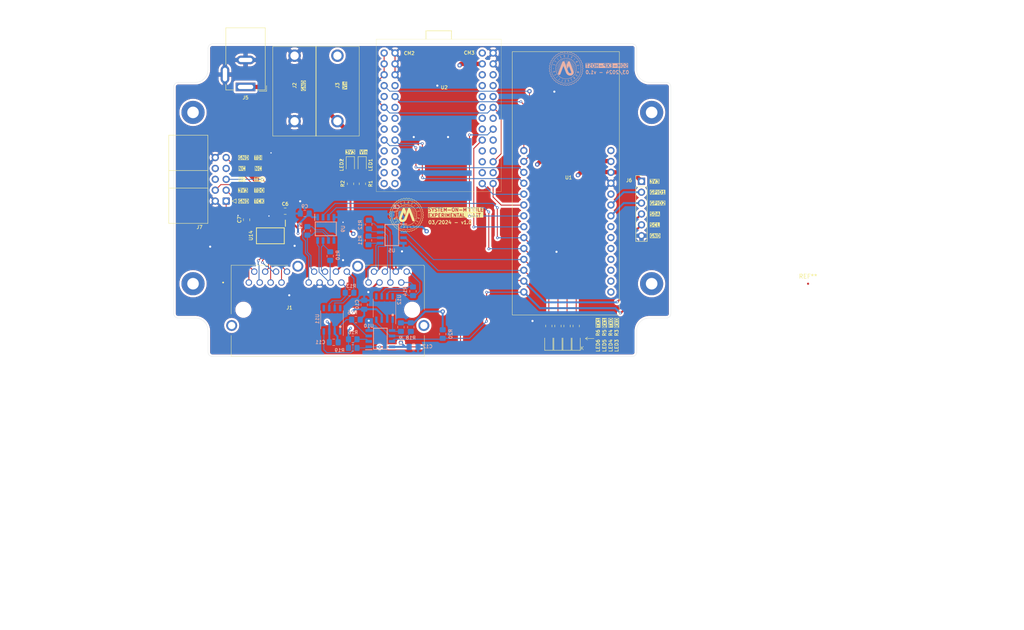
<source format=kicad_pcb>
(kicad_pcb (version 20240108) (generator "pcbnew") (generator_version "8.0")
  (layers (0 "F.Cu" signal "F.Cu - SIG") (1 "In1.Cu" power "In1.Cu - PWR") (2 "In2.Cu" power "In2.Cu - GND") (31 "B.Cu" signal "B.Cu - SIG") (34 "B.Paste" user) (35 "F.Paste" user) (36 "B.SilkS" user "B.Silkscreen") (37 "F.SilkS" user "F.Silkscreen") (38 "B.Mask" user) (39 "F.Mask" user) (44 "Edge.Cuts" user))
  (net 0 "")
  (net 1 "/SUT_UART_TX_0")
  (net 2 "/SUT_UART_RX_0")
  (net 3 "/SUT_UART_RX_1")
  (net 4 "/SUT_UART_TX_1")
  (net 5 "3V3 FPGA")
  (net 6 "/SUT_I2C_SDA")
  (net 7 "/RS485_UART_RX_1_N")
  (net 8 "/RX485_UART_TX_1_N")
  (net 10 "/LVDS_JTAG_TDI_N")
  (net 11 "/LVDS_JTAG_TDO_P")
  (net 12 "/LVDS_JTAG_TDO_N")
  (net 13 "/RS485_UART_RX_0_P")
  (net 14 "/CAN_I2C_SDA_P")
  (net 15 "/CAN_I2C_SDA_N")
  (net 16 "/CAN_I2C_SCL_P")
  (net 17 "/LVDS_JTAG_TCK_N")
  (net 18 "/RS485_UART_TX_0_P")
  (net 19 "/LVDS_JTAG_TCK_P")
  (net 20 "/RS485_UART_RX_1_P")
  (net 22 "/LVDS_JTAG_TMS_N")
  (net 23 "/LVDS_JTAG_TDI_P")
  (net 25 "/LVDS_JTAG_TMS_P")
  (net 26 "/RS485_UART_RX_0_N")
  (net 27 "/RS485_UART_TX_0_N")
  (net 28 "/SUT_I2C_SCL")
  (net 30 "/FPGA_GPIO_2")
  (net 31 "/FPGA_GPIO_1")
  (net 32 "Net-(LED1-A)")
  (net 33 "Net-(LED2-A)")
  (net 34 "Net-(LED3-A)")
  (net 35 "Net-(LED4-A)")
  (net 36 "Net-(LED5-A)")
  (net 37 "Net-(LED6-A)")
  (net 38 "/FTDI_UART_RX_1")
  (net 39 "/FTDI_UART_CMD_TX")
  (net 40 "/FTDI_UART_CMD_RX")
  (net 41 "/FTDI_UART_RX_0")
  (net 42 "/FTDI_UART_CURR_TX")
  (net 43 "/FTDI_UART_TX_0")
  (net 44 "/FTDI_UART_CURR_RX")
  (net 45 "/FTDI_UART_TX_1")
  (net 46 "GND")
  (net 47 "VIN")
  (net 48 "/CAN_I2C_SCL_N")
  (net 49 "/RX485_UART_TX_1_P")
  (net 50 "Net-(U10-TX)")
  (net 51 "Net-(U10-RX)")
  (net 52 "Net-(U10-TY)")
  (net 53 "Net-(U10-RY)")
  (net 58 "/JTAG_TDO")
  (net 59 "/JTAG_TDI")
  (net 60 "/JTAG_TCK")
  (net 64 "/JTAG_TMS")
  (net 81 "Net-(U2-3V3-PadCN2-2)")
  (footprint "Resistor_SMD:R_0805_2012Metric_Pad1.20x1.40mm_HandSolder" (layer "F.Cu") (at 179.9 116.1234 -90)
    (property "Reference" "R3")
    (property "Value" "1k")
  )
  (footprint "MountingHole:MountingHole_2.7mm_Pad" (layer "F.Cu") (at 197.5 66.25)
    (property "Reference" "H2" (hide yes))
    (property "Value" "MountingHole_Pad")
  )
  (footprint "Exp_board_host:5710500" (layer "F.Cu") (at 124.192 68.3 90)
    (property "Reference" "J3")
    (property "Value" "571-0100" (hide yes))
  )
  (footprint "Exp_board_host:5710500" (layer "F.Cu") (at 114.192 68.3 90)
    (property "Reference" "J2")
    (property "Value" "571-0500" (hide yes))
  )
  (footprint "MountingHole:MountingHole_2.7mm_Pad" (layer "F.Cu") (at 90.5 106.25)
    (property "Reference" "H3" (hide yes))
    (property "Value" "MountingHole_Pad")
  )
  (footprint "LED_SMD:LED_0805_2012Metric_Pad1.15x1.40mm_HandSolder" (layer "F.Cu") (at 173.505 119.93 90)
    (property "Reference" "LED6")
    (property "Value" "ORANGE")
  )
  (footprint "Fiducial:Fiducial_0.5mm_Mask1.5mm" (layer "F.Cu") (at 234 106.25)
    (property "Reference" "REF**")
    (property "Value" "Fiducial_0.5mm_Mask1.5mm")
  )
  (footprint "Capacitor_SMD:C_0805_2012Metric_Pad1.18x1.45mm_HandSolder" (layer "F.Cu") (at 103 91.3142 90)
    (property "Reference" "C7")
    (property "Value" "0.1u")
  )
  (footprint "MountingHole:MountingHole_2.7mm_Pad" (layer "F.Cu") (at 197.5 106.25)
    (property "Reference" "H4" (hide yes))
    (property "Value" "MountingHole_Pad")
  )
  (footprint "LED_SMD:LED_0805_2012Metric_Pad1.15x1.40mm_HandSolder" (layer "F.Cu") (at 177.765 119.93 90)
    (property "Reference" "LED4")
    (property "Value" "ORANGE")
  )
  (footprint "Connector_IDC:IDC-Header_2x05_P2.54mm_Horizontal" (layer "F.Cu") (at 98.2269 86.9506 180)
    (property "Reference" "J7")
    (property "Value" "Conn_02x05_Odd_Even")
  )
  (footprint "Connector_BarrelJack:BarrelJack_GCT_DCJ200-10-A_Horizontal" (layer "F.Cu") (at 102.75 60.3 180)
    (property "Reference" "J5")
    (property "Value" "Barrel_Jack_Switch")
  )
  (footprint "Connector_PinHeader_2.54mm:PinHeader_1x06_P2.54mm_Vertical" (layer "F.Cu") (at 195.1308 82.34)
    (property "Reference" "J6")
    (property "Value" "Header_2.54mm")
  )
  (footprint "Resistor_SMD:R_0805_2012Metric_Pad1.20x1.40mm_HandSolder" (layer "F.Cu") (at 130.0144 82.9196 90)
    (property "Reference" "R1")
    (property "Value" "1k")
  )
  (footprint "LED_SMD:LED_0805_2012Metric_Pad1.15x1.40mm_HandSolder" (layer "F.Cu") (at 129.9694 78.4506 -90)
    (property "Reference" "LED1")
    (property "Value" "GREEN")
  )
  (footprint "Exp_board_host:09455511123" (layer "F.Cu") (at 103.5246 105.97)
    (property "Reference" "J1")
    (property "Value" "09455511123" (hide yes))
  )
  (footprint "Exp_board_host:SN65LVDT41PW" (layer "F.Cu") (at 108.5394 95.062 -90)
    (property "Reference" "U14")
    (property "Value" "SN65LVDT41PW" (hide yes))
  )
  (footprint "Capacitor_SMD:C_0805_2012Metric_Pad1.18x1.45mm_HandSolder" (layer "F.Cu") (at 112 89.3142)
    (property "Reference" "C6")
    (property "Value" "0.1u")
  )
  (footprint "Resistor_SMD:R_0805_2012Metric_Pad1.20x1.40mm_HandSolder" (layer "F.Cu") (at 177.77 116.1234 -90)
    (property "Reference" "R4")
    (property "Value" "1k")
  )
  (footprint "Exp_board_host:FT4232H-56Q-Module" (layer "F.Cu") (at 143.342 61.6744)
    (property "Reference" "U2")
    (property "Value" "FT4232H-56Q-Module")
  )
  (footprint "SMF2000:SMF2000" (layer "F.Cu") (at 178.1194 81.9672)
    (property "Reference" "U1")
    (property "Value" "SMF2000")
  )
  (footprint "Resistor_SMD:R_0805_2012Metric_Pad1.20x1.40mm_HandSolder" (layer "F.Cu") (at 173.51 116.1234 -90)
    (property "Reference" "R6")
    (property "Value" "1k")
  )
  (footprint "LED_SMD:LED_0805_2012Metric_Pad1.15x1.40mm_HandSolder" (layer "F.Cu") (at 179.895 119.93 90)
    (property "Reference" "LED3")
    (property "Value" "BLUE")
  )
  (footprint "Resistor_SMD:R_0805_2012Metric_Pad1.20x1.40mm_HandSolder" (layer "F.Cu") (at 175.64 116.1234 -90)
    (property "Reference" "R5")
    (property "Value" "1k")
  )
  (footprint "Resistor_SMD:R_0805_2012Metric_Pad1.20x1.40mm_HandSolder" (layer "F.Cu") (at 127.242582 82.9196 90)
    (property "Reference" "R2")
    (property "Value" "1k")
  )
  (footprint "MountingHole:MountingHole_2.7mm_Pad" (layer "F.Cu") (at 90.5 66.25)
    (property "Reference" "H1" (hide yes))
    (property "Value" "MountingHole_Pad")
  )
  (footprint "Exp_board_host:UM_LOGO" (layer "F.Cu") (at 140.3 90.2)
    (property "Reference" "G***" (hide yes))
    (property "Value" "LOGO" (hide yes))
  )
  (footprint "LED_SMD:LED_0805_2012Metric_Pad1.15x1.40mm_HandSolder" (layer "F.Cu") (at 127.197582 78.4506 -90)
    (property "Reference" "LED2")
    (property "Value" "GREEN")
  )
  (footprint "LED_SMD:LED_0805_2012Metric_Pad1.15x1.40mm_HandSolder" (layer "F.Cu") (at 175.635 119.93 90)
    (property "Reference" "LED5")
    (property "Value" "BLUE")
  )
  (footprint "Resistor_SMD:R_0805_2012Metric_Pad1.20x1.40mm_HandSolder" (layer "B.Cu") (at 127.7692 121.244)
    (property "Reference" "R19")
    (property "Value" "10kR")
  )
  (footprint "Exp_board_host:SN65HVD30MDREP" (layer "B.Cu") (at 121.4754 93.4381 -90)
    (property "Reference" "U9")
    (property "Value" "SN65HVD30MDREP" (hide yes))
  )
  (footprint "Exp_board_host:SN65HVD30MDREP" (layer "B.Cu") (at 136.8816 94.889 180)
    (property "Reference" "U5")
    (property "Value" "SN65HVD30MDREP" (hide yes))
  )
  (footprint "Capacitor_SMD:C_0805_2012Metric_Pad1.18x1.45mm_HandSolder" (layer "B.Cu") (at 137.9625 90 180)
    (property "Reference" "C8")
    (property "Value" "0.1uF")
  )
  (footprint "Capacitor_SMD:C_0805_2012Metric_Pad1.18x1.45mm_HandSolder" (layer "B.Cu") (at 123.3273 119.93)
    (property "Reference" "C11")
    (property "Value" "0.1uF")
  )
  (footprint "Resistor_SMD:R_0805_2012Metric_Pad1.20x1.40mm_HandSolder" (layer "B.Cu") (at 128.5018 114.634548 180)
    (property "Reference" "R15")
    (property "Value" "10kR")
  )
  (footprint "Resistor_SMD:R_0805_2012Metric_Pad1.20x1.40mm_HandSolder" (layer "B.Cu") (at 141.3128 116.3832 -90)
    (property "Reference" "R18")
    (property "Value" "10kR")
  )
  (footprint "Exp_board_host:SN65HVD232D" (layer "B.Cu") (at 135.166 111.925748 90)
    (property "Reference" "U12")
    (property "Value" "SN65HVD232D" (hide yes))
  )
  (footprint "Capacitor_SMD:C_0805_2012Metric_Pad1.18x1.45mm_HandSolder" (layer "B.Cu") (at 116.575 89.8625 180)
    (property "Reference" "C9")
    (property "Value" "0.1uF")
  )
  (footprint "Resistor_SMD:R_0805_2012Metric_Pad1.20x1.40mm_HandSolder" (layer "B.Cu") (at 127.7692 119.2206)
    (property "Reference" "R16")
    (property "Value" "10kR")
  )
  (footprint "Resistor_SMD:R_0805_2012Metric_Pad1.20x1.40mm_HandSolder" (layer "B.Cu") (at 117.1794 93.9106 90)
    (property "Reference" "R9")
    (property "Value" "100R")
  )
  (footprint "Resistor_SMD:R_0805_2012Metric_Pad1.20x1.40mm_HandSolder" (layer "B.Cu") (at 148.75 118 -90)
    (property "Reference" "R20")
    (property "Value" "10kR")
  )
  (footprint "Capacitor_SMD:C_0805_2012Metric_Pad1.18x1.45mm_HandSolder" (layer "B.Cu") (at 130.4398 111.1675 90)
    (property "Reference" "C10")
    (property "Value" "0.1uF")
  )
  (footprint "Resistor_SMD:R_0805_2012Metric_Pad1.20x1.40mm_HandSolder" (layer "B.Cu") (at 139.0014 116.3832 -90)
    (property "Reference" "R17")
    (property "Value" "10kR")
  )
  (footprint "Exp_board_host:UM_LOGO" (layer "B.Cu") (at 177.55 56 180)
    (property "Reference" "G***" (hide yes))
    (property "Value" "LOGO" (hide yes))
  )
  (footprint "Resistor_SMD:R_0805_2012Metric_Pad1.20x1.40mm_HandSolder" (layer "B.Cu") (at 131.506 92.4252 -90)
    (property "Reference" "R12")
    (property "Value" "100R")
  )
  (footprint "Resistor_SMD:R_0805_2012Metric_Pad1.20x1.40mm_HandSolder" (layer "B.Cu") (at 127.0192 108.3606 180)
    (property "Reference" "R13")
    (property "Value" "100R")
  )
  (footprint "Resistor_SMD:R_0805_2012Metric_Pad1.20x1.40mm_HandSolder" (layer "B.Cu") (at 141.8192 108.0106 90)
    (property "Reference" "R14")
    (property "Value" "100R")
  )
  (footprint "Exp_board_host:SN65HVD232D" (layer "B.Cu") (at 122.9242 114.671948 90)
    (property "Reference" "U11")
    (property "Value" "SN65HVD232D" (hide yes))
  )
  (footprint "Resistor_SMD:R_0805_2012Metric_Pad1.20x1.40mm_HandSolder" (layer "B.Cu") (at 122.5 99.8 90)
    (property "Reference" "R10")
    (property "Value" "100R")
  )
  (footprint "Resistor_SMD:R_0805_2012Metric_Pad1.20x1.40mm_HandSolder" (layer "B.Cu") (at 131.4392 96.1336 -90)
    (property "Reference" "R11")
    (property "Value" "100R")
  )
  (footprint "Exp_board_host:P82B96DR" (layer "B.Cu") (at 134.2076 119.085)
    (property "Reference" "U10")
    (property "Value" "P82B96DR" (hide yes))
  )
  (footprint "Capacitor_SMD:C_0805_2012Metric_Pad1.18x1.45mm_HandSolder" (layer "B.Cu") (at 141.9625 121)
    (property "Reference" "C12")
    (property "Value" "0.1uF")
  )
  (gr_line (start 182.05 119.05) (end 182.55 118.7) (stroke (width 0.1)) (layer "F.SilkS"))
  (gr_line (start 184.05 119.05) (end 182.05 119.05) (stroke (width 0.1)) (layer "F.SilkS"))
  (gr_line (start 182.05 119.05) (end 182.55 119.4) (stroke (width 0.1)) (layer "F.SilkS"))
  (gr_arc (start 94 51.25) (mid 94.292893 50.542893) (end 95 50.25) (stroke (width 0.05)) (layer "Edge.Cuts"))
  (gr_line (start 194 117.25) (end 194 122.25) (stroke (width 0.05)) (layer "Edge.Cuts"))
  (gr_arc (start 95 123.25) (mid 94.292893 122.957107) (end 94 122.25) (stroke (width 0.05)) (layer "Edge.Cuts"))
  (gr_line (start 94 56.25) (end 94 51.25) (stroke (width 0.05)) (layer "Edge.Cuts"))
  (gr_arc (start 94 56.25) (mid 93.12132 58.37132) (end 91 59.25) (stroke (width 0.05)) (layer "Edge.Cuts"))
  (gr_arc (start 194 122.25) (mid 193.707107 122.957107) (end 193 123.25) (stroke (width 0.05)) (layer "Edge.Cuts"))
  (gr_line (start 91 114.25) (end 87 114.25) (stroke (width 0.05)) (layer "Edge.Cuts"))
  (gr_arc (start 201 59.25) (mid 201.707107 59.542893) (end 202 60.25) (stroke (width 0.05)) (layer "Edge.Cuts"))
  (gr_arc (start 91 114.25) (mid 93.12132 115.12868) (end 94 117.25) (stroke (width 0.05)) (layer "Edge.Cuts"))
  (gr_arc (start 87 114.25) (mid 86.292893 113.957107) (end 86 113.25) (stroke (width 0.05)) (layer "Edge.Cuts"))
  (gr_arc (start 197 59.25) (mid 194.87868 58.37132) (end 194 56.25) (stroke (width 0.05)) (layer "Edge.Cuts"))
  (gr_line (start 202 60.25) (end 202 113.25) (stroke (width 0.05)) (layer "Edge.Cuts"))
  (gr_line (start 193 123.25) (end 95 123.25) (stroke (width 0.05)) (layer "Edge.Cuts"))
  (gr_arc (start 202 113.25) (mid 201.707107 113.957107) (end 201 114.25) (stroke (width 0.05)) (layer "Edge.Cuts"))
  (gr_line (start 94 122.25) (end 94 117.25) (stroke (width 0.05)) (layer "Edge.Cuts"))
  (gr_line (start 197 59.25) (end 201 59.25) (stroke (width 0.05)) (layer "Edge.Cuts"))
  (gr_line (start 201 114.25) (end 197 114.25) (stroke (width 0.05)) (layer "Edge.Cuts"))
  (gr_arc (start 194 117.25) (mid 194.87868 115.12868) (end 197 114.25) (stroke (width 0.05)) (layer "Edge.Cuts"))
  (gr_line (start 194 51.25) (end 194 56.25) (stroke (width 0.05)) (layer "Edge.Cuts"))
  (gr_arc (start 193 50.25) (mid 193.707107 50.542893) (end 194 51.25) (stroke (width 0.05)) (layer "Edge.Cuts"))
  (gr_line (start 87 59.25) (end 91 59.25) (stroke (width 0.05)) (layer "Edge.Cuts"))
  (gr_line (start 86 113.25) (end 86 60.25) (stroke (width 0.05)) (layer "Edge.Cuts"))
  (gr_line (start 95 50.25) (end 193 50.25) (stroke (width 0.05)) (layer "Edge.Cuts"))
  (gr_arc (start 86 60.25) (mid 86.292893 59.542893) (end 87 59.25) (stroke (width 0.05)) (layer "Edge.Cuts"))
  (gr_text "SOM-EXP-HOST" (at 182.06 55.82 0) (layer "B.SilkS" knockout) (effects (font (size 0.8 0.8)) (justify right bottom mirror)))
  (gr_text "03/2024 - v1.0" (at 181.98 57.35 0) (layer "B.SilkS") (effects (font (size 0.8 0.8)) (justify right bottom mirror)))
  (gr_text "Vin" (at 126.4 60.9 90) (layer "F.SilkS" knockout) (effects (font (size 0.8 0.8) (thickness 0.15) (bold yes)) (justify left bottom)))
  (gr_text "NC" (at 104.775 79.84935 0) (layer "F.SilkS" knockout) (effects (font (size 0.8 0.8) (thickness 0.15) (bold yes)) (justify left bottom)))
  (gr_text "GPIO2" (at 197 87.92 0) (layer "F.SilkS" knockout) (effects (font (size 0.8 0.8)) (justify left bottom)))
  (gr_text "TMS" (at 104.775 82.38935 0) (layer "F.SilkS" knockout) (effects (font (size 0.8 0.8) (thickness 0.15) (bold yes)) (justify left bottom)))
  (gr_text "TDI" (at 104.775 77.30935 0) (layer "F.SilkS" knockout) (effects (font (size 0.8 0.8) (thickness 0.15) (bold yes)) (justify left bottom)))
  (gr_text "03/2024 - v1.0" (at 145.3 92.39 0) (layer "F.SilkS") (effects (font (size 0.8 0.8)) (justify left bottom)))
  (gr_text "GND" (at 197 95.54 0) (layer "F.SilkS" knockout) (effects (font (size 0.8 0.8)) (justify left bottom)))
  (gr_text "CM2" (at 139.6 52.9 0) (layer "F.SilkS") (effects (font (size 0.8 0.8)) (justify left bottom)))
  (gr_text "RX0" (at 189.85 116.7 90) (layer "F.SilkS" knockout) (effects (font (size 0.8 0.8)) (justify left bottom)))
  (gr_text "GND" (at 100.965 77.30935 0) (layer "F.SilkS" knockout) (effects (font (size 0.8 0.8) (thickness 0.15) (bold yes)) (justify left bottom)))
  (gr_text "Vin" (at 129.35 76 0) (layer "F.SilkS" knockout) (effects (font (size 0.8 0.8)) (justify left bottom)))
  (gr_text "GND" (at 116.75 61.328572 90) (layer "F.SilkS" knockout) (effects (font (size 0.8 0.8) (thickness 0.15) (bold yes)) (justify left bottom)))
  (gr_text "3V3" (at 126 76 0) (layer "F.SilkS" knockout) (effects (font (size 0.8 0.8)) (justify left bottom)))
  (gr_text "TX0" (at 188.467 116.5 90) (layer "F.SilkS" knockout) (effects (font (size 0.8 0.8)) (justify left bottom)))
  (gr_text "3V3" (at 197 82.84 0) (layer "F.SilkS" knockout) (effects (font (size 0.8 0.8)) (justify left bottom)))
  (gr_text "GPIO1" (at 197 85.38 0) (layer "F.SilkS" knockout) (effects (font (size 0.8 0.8)) (justify left bottom)))
  (gr_text "SYSTEM-ON-MODULE\nEXPERIMENTAL HOST" (at 145.25 90.75 0) (layer "F.SilkS" knockout) (effects (font (size 0.8 0.8)) (justify left bottom)))
  (gr_text "NC" (at 100.965 79.84935 0) (layer "F.SilkS" knockout) (effects (font (size 0.8 0.8) (thickness 0.15) (bold yes)) (justify left bottom)))
  (gr_text "TX1" (at 185.5 116.509524 90) (layer "F.SilkS" knockout) (effects (font (size 0.8 0.8)) (justify left bottom)))
  (gr_text "NC" (at 100.965 82.38935 0) (layer "F.SilkS" knockout) (effects (font (size 0.8 0.8) (thickness 0.15) (bold yes)) (justify left bottom)))
  (gr_text "3V3" (at 100.965 84.92935 0) (layer "F.SilkS" knockout) (effects (font (size 0.8 0.8) (thickness 0.15) (bold yes)) (justify left bottom)))
  (gr_text "GND" (at 100.965 87.46935 0) (layer "F.SilkS" knockout) (effects (font (size 0.8 0.8) (thickness 0.15) (bold yes)) (justify left bottom)))
  (gr_text "K" (at 180.855 121.79 0) (layer "F.SilkS") (effects (font (size 0.8 0.8) (thickness 0.1)) (justify left bottom)))
  (gr_text "SDA" (at 197 90.46 0) (layer "F.SilkS" knockout) (effects (font (size 0.8 0.8)) (justify left bottom)))
  (gr_text "CM3" (at 153.6 52.8 0) (layer "F.SilkS") (effects (font (size 0.8 0.8)) (justify left bottom)))
  (gr_text "SCL" (at 197 93 0) (layer "F.SilkS" knockout) (effects (font (size 0.8 0.8)) (justify left bottom)))
  (gr_text "TCK" (at 104.775 87.46935 0) (layer "F.SilkS" knockout) (effects (font (size 0.8 0.8) (thickness 0.15) (bold yes)) (justify left bottom)))
  (gr_text "RX1" (at 187 116.7 90) (layer "F.SilkS" knockout) (effects (font (size 0.8 0.8)) (justify left bottom)))
  (gr_text "TDO" (at 104.775 84.92935 0) (layer "F.SilkS" knockout) (effects (font (size 0.8 0.8) (thickness 0.15) (bold yes)) (justify left bottom)))
  (segment (start 159.5 90.5) (end 159.5 89.5) (width 0.217932) (layer "F.Cu") (net 1))
  (segment (start 159.5 98.1) (end 159.5 90.5) (width 0.217932) (layer "F.Cu") (net 1))
  (segment (start 177.77 108.11) (end 177.77 115.1234) (width 0.217932) (layer "F.Cu") (net 1))
  (segment (start 167.68 98.02) (end 177.77 108.11) (width 0.217932) (layer "F.Cu") (net 1))
  (via (at 159.5 89.5) (size 0.6) (drill 0.3) (layers "F.Cu" "B.Cu") (net 1))
  (via (at 159.5 98.1) (size 0.6) (drill 0.3) (layers "F.Cu" "B.Cu") (net 1))
  (segment (start 122.1104 90.290168) (end 123.900568 88.5) (width 0.217932) (layer "B.Cu") (net 1))
  (segment (start 122.1104 90.7271) (end 122.1104 90.290168) (width 0.217932) (layer "B.Cu") (net 1))
  (segment (start 158.5 88.5) (end 159.5 89.5) (width 0.217932) (layer "B.Cu") (net 1))
  (segment (start 159.6 98.1) (end 159.6354 98.0646) (width 0.217932) (layer "B.Cu") (net 1))
  (segment (start 167.6354 98.0646) (end 167.68 98.02) (width 0.217932) (layer "B.Cu") (net 1))
  (segment (start 142.9 88.5) (end 143 88.4) (width 0.217932) (layer "B.Cu") (net 1))
  (segment (start 159.5 98.1) (end 159.6 98.1) (width 0.217932) (layer "B.Cu") (net 1))
  (segment (start 143.1 88.5) (end 158.5 88.5) (width 0.217932) (layer "B.Cu") (net 1))
  (segment (start 143 88.4) (end 143.1 88.5) (width 0.217932) (layer "B.Cu") (net 1))
  (segment (start 123.900568 88.5) (end 142.9 88.5) (width 0.217932) (layer "B.Cu") (net 1))
  (segment (start 159.6354 98.0646) (end 167.6354 98.0646) (width 0.217932) (layer "B.Cu") (net 1))
  (segment (start 161.5246 95.5246) (end 161.5 95.5) (width 0.217932) (layer "F.Cu") (net 2))
  (segment (start 179.9 107.7) (end 179.9 115.1234) (width 0.217932) (layer "F.Cu") (net 2))
  (segment (start 161.5 95.5) (end 161.5 88.5) (width 0.217932) (layer "F.Cu") (net 2))
  (segment (start 167.68 95.48) (end 179.9 107.7) (width 0.217932) (layer "F.Cu") (net 2))
  (via (at 161.5 88.5) (size 0.6) (drill 0.3) (layers "F.Cu" "B.Cu") (net 2))
  (via (at 161.5246 95.5246) (size 0.6) (drill 0.3) (layers "F.Cu" "B.Cu") (net 2))
  (segment (start 123.6285 87.5) (end 160.5 87.5) (width 0.217932) (layer "B.Cu") (net 2))
  (segment (start 167.6354 95.5246) (end 167.68 95.48) (width 0.217932) (layer "B.Cu") (net 2))
  (segment (start 160.5 87.5) (end 161.5 88.5) (width 0.217932) (layer "B.Cu") (net 2))
  (segment (start 161.5246 95.5246) (end 167.6354 95.5246) (width 0.217932) (layer "B.Cu") (net 2))
  (segment (start 120.8404 90.7271) (end 120.8404 90.2881) (width 0.217932) (layer "B.Cu") (net 2))
  (segment (start 120.8404 90.2881) (end 123.6285 87.5) (width 0.217932) (layer "B.Cu") (net 2))
  (segment (start 175.64 108.52) (end 175.64 115.1234) (width 0.217932) (layer "F.Cu") (net 3))
  (segment (start 167.68 100.56) (end 175.64 108.52) (width 0.217932) (layer "F.Cu") (net 3))
  (segment (start 146.6046 100.6046) (end 167.6354 100.6046) (width 0.217932) (layer "B.Cu") (net 3))
  (segment (start 167.6354 100.6046) (end 167.68 100.56) (width 0.217932) (layer "B.Cu") (net 3))
  (segment (start 139.5926 94.254) (end 140.254 94.254) (width 0.217932) (layer "B.Cu") (net 3))
  (segment (start 140.254 94.254) (end 146.6046 100.6046) (width 0.217932) (layer "B.Cu") (net 3))
  (segment (start 167.68 103.1) (end 173.51 108.93) (width 0.217932) (layer "F.Cu") (net 4))
  (segment (start 173.51 108.93) (end 173.51 115.1234) (width 0.217932) (layer "F.Cu") (net 4))
  (segment (start 139.5926 95.524) (end 140.0316 95.524) (width 0.217932) (layer "B.Cu") (net 4))
  (segment (start 167.6354 103.1446) (end 167.68 103.1) (width 0.217932) (layer "B.Cu") (net 4))
  (segment (start 140.0316 95.524) (end 147.6522 103.1446) (width 0.217932) (layer "B.Cu") (net 4))
  (segment (start 147.6522 103.1446) (end 167.6354 103.1446) (width 0.217932) (layer "B.Cu") (net 4))
  (segment (start 115 94.5) (end 115 93.3517) (width 0.45) (layer "F.Cu") (net 5))
  (segment (start 181.0388 80.1646) (end 187.9246 80.1646) (width 1.016) (layer "F.Cu") (net 5))
  (segment (start 104.48125 94.3142) (end 106.9144 94.3142) (width 0.45) (layer "F.Cu") (net 5))
  (segment (start 109.5144 93.3115) (end 108.5117 94.3142) (width 0.45) (layer "F.Cu") (net 5))
  (segment (start 188 80.24) (end 193.0308 80.24) (width 1.016) (layer "F.Cu") (net 5))
  (segment (start 106.9144 89.8144) (end 106.9144 90.642692) (width 0.2) (layer "F.Cu") (net 5))
  (segment (start 106.9144 92.124) (end 106.9144 90.642692) (width 0.2286) (layer "F.Cu") (net 5))
  (segment (start 187.9246 80.1646) (end 188 80.24) (width 1.016) (layer "F.Cu") (net 5))
  (segment (start 106.9144 94.3142) (end 106.9144 92.124) (width 0.45) (layer "F.Cu") (net 5))
  (segment (start 109.5144 90.7623) (end 110.9625 89.3142) (width 0.45) (layer "F.Cu") (net 5))
  (segment (start 127.242582 83.9196) (end 127.242582 93.942582) (width 0.45) (layer "F.Cu") (net 5))
  (segment (start 115 93.3517) (end 110.9625 89.3142) (width 0.45) (layer "F.Cu") (net 5))
  (segment (start 103 92.3517) (end 103 92.83295) (width 0.45) (layer "F.Cu") (net 5))
  (segment (start 127.242582 93.942582) (end 127.9 94.6) (width 0.45) (layer "F.Cu") (net 5))
  (segment (start 109.5144 92.124) (end 109.5144 93.3115) (width 0.45) (layer "F.Cu") (net 5))
  (segment (start 95.6869 84.4106) (end 96.9975 83.1) (width 0.2) (layer "F.Cu") (net 5))
  (segment (start 180.2988 80.9046) (end 181.0388 80.1646) (width 1.016) (layer "F.Cu") (net 5))
  (segment (start 103 92.83295) (end 104.48125 94.3142) (width 0.45) (layer "F.Cu") (net 5))
  (segment (start 96.9975 83.1) (end 100.2 83.1) (width 0.2) (layer "F.Cu") (net 5))
  (segment (start 100.2 83.1) (end 106.9144 89.8144) (width 0.2) (layer "F.Cu") (net 5))
  (segment (start 193.0308 80.24) (end 195.1308 82.34) (width 1.016) (layer "F.Cu") (net 5))
  (segment (start 108.5117 94.3142) (end 106.9144 94.3142) (width 0.45) (layer "F.Cu") (net 5))
  (segment (start 109.5144 92.124) (end 109.5144 90.7623) (width 0.45) (layer "F.Cu") (net 5))
  (via (at 121.7898 115.13) (size 0.6) (drill 0.3) (layers "F.Cu" "B.Cu") (net 5))
  (via (at 145 94) (size 1) (drill 0.5) (layers "F.Cu" "B.Cu") (net 5))
  (via (at 148.75 112.75) (size 1) (drill 0.5) (layers "F.Cu" "B.Cu") (net 5))
  (via (at 180.2988 80.9046) (size 1) (drill 0.5) (layers "F.Cu" "B.Cu") (net 5))
  (via (at 115 94.5) (size 0.6) (drill 0.3) (layers "F.Cu" "B.Cu") (net 5))
  (via (at 127.7898 112.63) (size 0.6) (drill 0.3) (layers "F.Cu" "B.Cu") (net 5))
  (via (at 127.9 94.6) (size 1) (drill 0.5) (layers "F.Cu" "B.Cu") (net 5))
  (via (at 127.2898 116.63) (size 0.6) (drill 0.3) (layers "F.Cu" "B.Cu") (net 5))
  (via (at 139 120.0143) (size 1) (drill 0.5) (layers "F.Cu" "B.Cu") (net 5))
  (segment (start 142.0128 115.3832) (end 144.646 112.75) (width 0.45) (layer "B.Cu") (net 5))
  (segment (start 139.5926 92.984) (end 143.984 92.984) (width 0.45) (layer "B.Cu") (net 5))
  (segment (start 126.7692 117.1506) (end 127.2898 116.63) (width 0.45) (layer "B.Cu") (net 5))
  (segment (start 115 92.475) (end 115 94.5) (width 0.45) (layer "B.Cu") (net 5))
  (segment (start 128.2148 112.205) (end 127.7898 112.63) (width 0.45) (layer "B.Cu") (net 5))
  (segment (start 117.6125 89.8625) (end 115 92.475) (width 0.45) (layer "B.Cu") (net 5))
  (segment (start 134.531 113.469647) (end 134.531 114.647096) (width 0.45) (layer "B.Cu") (net 5))
  (segment (start 140.925 121) (end 139.9857 121) (width 0.45) (layer "B.Cu") (net 5))
  (segment (start 141.3128 115.3832) (end 142.0128 115.3832) (width 0.45) (layer "B.Cu") (net 5))
  (segment (start 130.4398 112.205) (end 130.4398 113.696548) (width 0.45) (layer "B.Cu") (net 5))
  (segment (start 133.266353 112.205) (end 134.531 113.469647) (width 0.45) (layer "B.Cu") (net 5))
  (segment (start 118.3021 90.7271) (end 117.4375 89.8625) (width 0.45) (layer "B.Cu") (net 5))
  (segment (start 119.5704 90.7271) (end 118.3021 90.7271) (width 0.45) (layer "B.Cu") (net 5))
  (segment (start 130.4398 113.696548) (end 129.5018 114.634548) (width 0.45) (layer "B.Cu") (net 5))
  (segment (start 126.7692 119.2206) (end 126.7692 121.244) (width 0.217932) (layer "B.Cu") (net 5))
  (segment (start 139.0014 115.3832) (end 141.3128 115.3832) (width 0.45) (layer "B.Cu") (net 5))
  (segment (start 122.2892 117.393296) (end 122.2892 119.9294) (width 0.45) (layer "B.Cu") (net 5))
  (segment (start 136.9186 120.99) (end 140.915 120.99) (width 0.45) (layer "B.Cu") (net 5))
  (segment (start 126.7692 119.2206) (end 126.7692 117.1506) (width 0.45) (layer "B.Cu") (net 5))
  (segment (start 122.2892 119.9294) (end 122.2898 119.93) (width 0.45) (layer "B.Cu") (net 5))
  (segment (start 143.984 92.984) (end 145 94) (width 0.45) (layer "B.Cu") (net 5))
  (segment (start 144.646 112.75) (end 148.75 112.75) (width 0.45) (layer "B.Cu") (net 5))
  (segment (start 130.4398 112.205) (end 133.266353 112.205) (width 0.45) (layer "B.Cu") (net 5))
  (segment (start 148.75 112.75) (end 148.75 117) (width 0.45) (layer "B.Cu") (net 5))
  (segment (start 140.915 120.99) (end 140.925 121) (width 0.45) (layer "B.Cu") (net 5))
  (segment (start 122.2892 115.6294) (end 121.7898 115.13) (width 0.45) (layer "B.Cu") (net 5))
  (segment (start 139.5926 90.5926) (end 139 90) (width 0.45) (layer "B.Cu") (net 5))
  (segment (start 130.4398 112.205) (end 128.2148 112.205) (width 0.45) (layer "B.Cu") (net 5))
  (segment (start 139.5926 92.984) (end 139.5926 90.5926) (width 0.45) (layer "B.Cu") (net 5))
  (segment (start 139.9857 121) (end 139 120.0143) (width 0.45) (layer "B.Cu") (net 5))
  (segment (start 122.2892 117.393296) (end 122.2892 115.6294) (width 0.45) (layer "B.Cu") (net 5))
  (segment (start 155.85 105.5) (end 167.54 105.5) (width 0.217932) (layer "F.Cu") (net 6))
  (segment (start 189.5 110.5) (end 191.3 108.7) (width 0.45) (layer "F.Cu") (net 6))
  (segment (start 191.3 108.7) (end 191.3 93.7908) (width 0.45) (layer "F.Cu") (net 6))
  (segment (start 152.9 121) (end 152.9 108.45) (width 0.217932) (layer "F.Cu") (net 6))
  (segment (start 191.3 93.7908) (end 195.1308 89.96) (width 0.45) (layer "F.Cu") (net 6))
  (segment (start 167.54 105.5) (end 167.68 105.64) (width 0.217932) (layer "F.Cu") (net 6))
  (segment (start 134.05 121) (end 152.9 121) (width 0.217932) (layer "F.Cu") (net 6))
  (segment (start 152.9 108.45) (end 155.85 105.5) (width 0.217932) (layer "F.Cu") (net 6))
  (via (at 134.05 121) (size 0.6) (drill 0.3) (layers "F.Cu" "B.Cu") (net 6))
  (via (at 189.5 110.5) (size 0.6) (drill 0.3) (layers "F.Cu" "B.Cu") (net 6))
  (segment (start 131.2426 121.244) (end 131.4966 120.99) (width 0.2) (layer "B.Cu") (net 6))
  (segment (start 131.4966 120.99) (end 134.04 120.99) (width 0.217932) (layer "B.Cu") (net 6))
  (segment (start 172.64 110.6) (end 167.68 105.64) (width 0.45) (layer "B.Cu") (net 6))
  (segment (start 128.7652 121.244) (end 131.2426 121.244) (width 0.2) (layer "B.Cu") (net 6))
  (segment (start 134.04 120.99) (end 134.05 121) (width 0.217932) (layer "B.Cu") (net 6))
  (segment (start 189.4 110.6) (end 172.64 110.6) (width 0.45) (layer "B.Cu") (net 6))
  (segment (start 189.5 110.5) (end 189.4 110.6) (width 0.45) (layer "B.Cu") (net 6))
  (segment (start 132.1808 94.1) (end 134.0166 94.1) (width 0.2) (layer "B.Cu") (net 7))
  (segment (start 135.9 95.0654) (end 135.9 102.8046) (width 0.217932) (layer "B.Cu") (net 7))
  (segment (start 135.9 102.8046) (end 135.2746 103.43) (width 0.217932) (layer "B.Cu") (net 7))
  (segment (start 134.1706 94.254) (end 135.0886 94.254) (width 0.217932) (layer "B.Cu") (net 7))
  (segment (start 135.0886 94.254) (end 135.9 95.0654) (width 0.217932) (layer "B.Cu") (net 7))
  (segment (start 131.506 93.4252) (end 132.1808 94.1) (width 0.2) (layer "B.Cu") (net 7))
  (segment (start 134.0166 94.1) (end 134.1706 94.254) (width 0.2) (layer "B.Cu") (net 7))
  (segment (start 135.332068 97.55) (end 133.7206 97.55) (width 0.217932) (layer "B.Cu") (net 8))
  (segment (start 134.1706 95.524) (end 135.332068 95.524) (width 0.217932) (layer "B.Cu") (net 8))
  (segment (start 131.8296 95.524) (end 134.1706 95.524) (width 0.217932) (layer "B.Cu") (net 8))
  (segment (start 133.7206 97.55) (end 133.7206 103.077603) (width 0.217932) (layer "B.Cu") (net 8))
  (segment (start 135.332068 95.524) (end 135.332068 97.55) (width 0.217932) (layer "B.Cu") (net 8))
  (segment (start 133.368203 103.43) (end 132.7346 103.43) (width 0.217932) (layer "B.Cu") (net 8))
  (segment (start 133.7206 103.077603) (end 133.368203 103.43) (width 0.217932) (layer "B.Cu") (net 8))
  (segment (start 131.4392 95.1336) (end 131.8296 95.524) (width 0.217932) (layer "B.Cu") (net 8))
  (segment (start 107.0144 99.206251) (end 107.0144 99.5856) (width 0.217932) (layer "F.Cu") (net 10))
  (segment (start 107.0144 99.5856) (end 105.710834 100.889166) (width 0.217932) (layer "F.Cu") (net 10))
  (segment (start 105.710834 100.889166) (end 105.709792 100.889166) (width 0.217932) (layer "F.Cu") (net 10))
  (segment (start 106.9144 98) (end 106.9144 99.106251) (width 0.217932) (layer "F.Cu") (net 10))
  (segment (start 106.9144 99.106251) (end 107.0144 99.206251) (width 0.217932) (layer "F.Cu") (net 10))
  (via (at 105.709792 100.889166) (size 0.6) (drill 0.3) (layers "F.Cu" "B.Cu") (net 10))
  (segment (start 105.9 101.927903) (end 105.9 105.8054) (width 0.217932) (layer "B.Cu") (net 10))
  (segment (start 105.9 105.8054) (end 106.0646 105.97) (width 0.217932) (layer "B.Cu") (net 10))
  (segment (start 105.709792 100.889166) (end 105.709792 101.737695) (width 0.217932) (layer "B.Cu") (net 10))
  (segment (start 105.709792 101.737695) (end 105.9 101.927903) (width 0.217932) (layer "B.Cu") (net 10))
  (segment (start 103.974601 100.289799) (end 103.974601 102.610001) (width 0.217932) (layer "F.Cu") (net 11))
  (segment (start 106.25 98.0144) (end 106.25 99.1) (width 0.217932) (layer "F.Cu") (net 11))
  (segment (start 106.2644 98) (end 106.25 98.0144) (width 0.217932) (layer "F.Cu") (net 11))
  (segment (start 106.25 99.1) (end 105.1644 99.1) (width 0.217932) (layer "F.Cu") (net 11))
  (segment (start 103.974601 102.610001) (end 104.7946 103.43) (width 0.217932) (layer "F.Cu") (net 11))
  (segment (start 105.1644 99.1) (end 103.974601 100.289799) (width 0.217932) (layer "F.Cu") (net 11))
  (segment (start 105.6144 98) (end 105.6144 98.013603) (width 0.217932) (layer "F.Cu") (net 12))
  (segment (start 103.5246 100.103403) (end 103.5246 105.97) (width 0.217932) (layer "F.Cu") (net 12))
  (segment (start 105.6144 98.013603) (end 103.5246 100.103403) (width 0.217932) (layer "F.Cu") (net 12))
  (segment (start 119.9 97.624701) (end 119.9 103.528875) (width 0.2) (layer "B.Cu") (net 13))
  (segment (start 122.5 100.8) (end 122.5 105.8954) (width 0.217932) (layer "B.Cu") (net 13))
  (segment (start 119.5704 97.295101) (end 119.9 97.624701) (width 0.2) (layer "B.Cu") (net 13))
  (segment (start 122.341125 105.97) (end 122.5746 105.97) (width 0.2) (layer "B.Cu") (net 13))
  (segment (start 119.5704 96.1491) (end 119.5704 97.295101) (width 0.2) (layer "B.Cu") (net 13))
  (segment (start 119.9 103.528875) (end 122.341125 105.97) (width 0.2) (layer "B.Cu") (net 13))
  (segment (start 122.5 105.8954) (end 122.5746 105.97) (width 0.217932) (layer "B.Cu") (net 13))
  (segment (start 128.0192 108.3606) (end 127.8894 108.3606) (width 0.217932) (layer "B.Cu") (net 14))
  (segment (start 128.0192 108.3606) (end 128.0192 105.0646) (width 0.217932) (layer "B.Cu") (net 14))
  (segment (start 123.5592 110.75) (end 123.5592 111.9506) (width 0.217932) (layer "B.Cu") (net 14))
  (segment (start 128.0192 105.0646) (end 126.3846 103.43) (width 0.217932) (layer "B.Cu") (net 14))
  (segment (start 125.5 110.75) (end 123.5592 110.75) (width 0.217932) (layer "B.Cu") (net 14))
  (segment (start 127.8894 108.3606) (end 125.5 110.75) (width 0.217932) (layer "B.Cu") (net 14))
  (segment (start 122.9898 110.25) (end 122.2892 110.9506) (width 0.217932) (layer "B.Cu") (net 15))
  (segment (start 125 110.25) (end 122.9898 110.25) (width 0.217932) (layer "B.Cu") (net 15))
  (segment (start 126.0192 109.2308) (end 125 110.25) (width 0.217932) (layer "B.Cu") (net 15))
  (segment (start 126.0192 108.3606) (end 126.0192 109.2308) (width 0.217932) (layer "B.Cu") (net 15))
  (segment (start 122.2892 110.9506) (end 122.2892 111.9506) (width 0.217932) (layer "B.Cu") (net 15))
  (segment (start 126.0192 106.8746) (end 125.1146 105.97) (width 0.217932) (layer "B.Cu") (net 15))
  (segment (start 126.0192 108.3606) (end 126.0192 106.8746) (width 0.217932) (layer "B.Cu") (net 15))
  (segment (start 141.8192 109.0106) (end 142.3394 109.0106) (width 0.217932) (layer "B.Cu") (net 16))
  (segment (start 139.758599 108) (end 140.769199 109.0106) (width 0.217932) (layer "B.Cu") (net 16))
  (segment (start 142.3394 109.0106) (end 143.4 107.95) (width 0.217932) (layer "B.Cu") (net 16))
  (segment (start 140.769199 109.0106) (end 141.8192 109.0106) (width 0.217932) (layer "B.Cu") (net 16))
  (segment (start 143.4 106) (end 140.83 103.43) (width 0.217932) (layer "B.Cu") (net 16))
  (segment (start 135.801 108.570797) (end 136.371797 108) (width 0.217932) (layer "B.Cu") (net 16))
  (segment (start 140.83 103.43) (end 140.3546 103.43) (width 0.217932) (layer "B.Cu") (net 16))
  (segment (start 135.801 109.2044) (end 135.801 108.570797) (width 0.217932) (layer "B.Cu") (net 16))
  (segment (start 143.4 107.95) (end 143.4 106) (width 0.217932) (layer "B.Cu") (net 16))
  (segment (start 136.371797 108) (end 139.758599 108) (width 0.217932) (layer "B.Cu") (net 16))
  (segment (start 109.5144 99.106251) (end 111.1446 100.736451) (width 0.217932) (layer "F.Cu") (net 17))
  (segment (start 109.5144 98) (end 109.5144 99.106251) (width 0.217932) (layer "F.Cu") (net 17))
  (segment (start 111.1446 100.736451) (end 111.1446 105.97) (width 0.217932) (layer "F.Cu") (net 17))
  (segment (start 118.229401 92.9106) (end 117.1794 92.9106) (width 0.217932) (layer "B.Cu") (net 18))
  (segment (start 116.7294 99.090199) (end 117.4946 99.855399) (width 0.217932) (layer "B.Cu") (net 18))
  (segment (start 117.1794 92.9106) (end 116.7294 93.3606) (width 0.217932) (layer "B.Cu") (net 18))
  (segment (start 119.004401 93.6856) (end 118.229401 92.9106) (width 0.217932) (layer "B.Cu") (net 18))
  (segment (start 116.1 95.6) (end 116.7294 96.2294) (width 0.217932) (layer "B.Cu") (net 18))
  (segment (start 116.7294 96.2294) (end 116.7294 99.090199) (width 0.217932) (layer "B.Cu") (net 18))
  (segment (start 116.7294 93.4706) (end 116.1 94.1) (width 0.217932) (layer "B.Cu") (net 18))
  (segment (start 120.9169 93.6856) (end 119.004401 93.6856) (width 0.217932) (layer "B.Cu") (net 18))
  (segment (start 123.1 94.9) (end 122.1313 94.9) (width 0.217932) (layer "B.Cu") (net 18))
  (segment (start 116.7294 93.3606) (end 116.7294 93.4706) (width 0.217932) (layer "B.Cu") (net 18))
  (segment (start 123.4 96.1295) (end 123.4 95.2) (width 0.217932) (layer "B.Cu") (net 18))
  (segment (start 122.1313 94.9) (end 120.9169 93.6856) (width 0.217932) (layer "B.Cu") (net 18))
  (segment (start 117.4946 99.855399) (end 117.4946 105.97) (width 0.217932) (layer "B.Cu") (net 18))
  (segment (start 123.4 95.2) (end 123.1 94.9) (width 0.217932) (layer "B.Cu") (net 18))
  (segment (start 123.3804 96.1491) (end 123.4 96.1295) (width 0.217932) (layer "B.Cu") (net 18))
  (segment (start 116.1 94.1) (end 116.1 95.6) (width 0.217932) (layer "B.Cu") (net 18))
  (segment (start 111.6 102.6154) (end 112.4146 103.43) (width 0.217932) (layer "F.Cu") (net 19))
  (segment (start 111.6 100.541851) (end 111.6 102.6154) (width 0.217932) (layer "F.Cu") (net 19))
  (segment (start 110.1644 99.106251) (end 111.6 100.541851) (width 0.217932) (layer "F.Cu") (net 19))
  (segment (start 110.1644 98) (end 110.1644 99.106251) (width 0.217932) (layer "F.Cu") (net 19))
  (segment (start 133.536997 92.984) (end 134.1706 92.984) (width 0.2) (layer "B.Cu") (net 20))
  (segment (start 132.381 92.2002) (end 132.753197 92.2002) (width 0.2) (layer "B.Cu") (net 20))
  (segment (start 135.284 92.984) (end 136.5 94.2) (width 0.217932) (layer "B.Cu") (net 20))
  (segment (start 131.606 91.4252) (end 132.381 92.2002) (width 0.2) (layer "B.Cu") (net 20))
  (segment (start 131.506 91.4252) (end 131.606 91.4252) (width 0.2) (layer "B.Cu") (net 20))
  (segment (start 134.1706 92.984) (end 135.284 92.984) (width 0.217932) (layer "B.Cu") (net 20))
  (segment (start 132.753197 92.2002) (end 133.536997 92.984) (width 0.2) (layer "B.Cu") (net 20))
  (segment (start 136.5 105.9254) (end 136.5446 105.97) (width 0.217932) (layer "B.Cu") (net 20))
  (segment (start 136.5 94.2) (end 136.5 105.9254) (width 0.217932) (layer "B.Cu") (net 20))
  (segment (start 108.1 99.220651) (end 108.1 102.6646) (width 0.217932) (layer "F.Cu") (net 22))
  (segment (start 108.1 102.6646) (end 107.3346 103.43) (width 0.217932) (layer "F.Cu") (net 22))
  (segment (start 108.2144 99.106251) (end 108.1 99.220651) (width 0.217932) (layer "F.Cu") (net 22))
  (segment (start 108.2144 98) (end 108.2144 99.106251) (width 0.217932) (layer "F.Cu") (net 22))
  (segment (start 107.4644 100.0538) (end 107.4644 99.206251) (width 0.217932) (layer "F.Cu") (net 23))
  (segment (start 106.7 101.3) (end 106.7 100.8182) (width 0.217932) (layer "F.Cu") (net 23))
  (segment (start 107.5644 99.106251) (end 107.5644 98) (width 0.217932) (layer "F.Cu") (net 23))
  (segment (start 107.4644 99.206251) (end 107.5644 99.106251) (width 0.217932) (layer "F.Cu") (net 23))
  (segment (start 106.7 100.8182) (end 107.4644 100.0538) (width 0.217932) (layer "F.Cu") (net 23))
  (via (at 106.7 101.3) (size 0.6) (drill 0.3) (layers "F.Cu" "B.Cu") (net 23))
  (segment (start 107.9 102.2) (end 109.13 103.43) (width 0.217932) (layer "B.Cu") (net 23))
  (segment (start 109.13 103.43) (end 109.8746 103.43) (width 0.217932) (layer "B.Cu") (net 23))
  (segment (start 107.6 102.2) (end 107.9 102.2) (width 0.217932) (layer "B.Cu") (net 23))
  (segment (start 106.7 101.3) (end 107.6 102.2) (width 0.217932) (layer "B.Cu") (net 23))
  (segment (start 108.8644 99.106251) (end 108.6046 99.366051) (width 0.217932) (layer "F.Cu") (net 25))
  (segment (start 108.6046 99.366051) (end 108.6046 105.97) (width 0.217932) (layer "F.Cu") (net 25))
  (segment (start 108.8644 98) (end 108.8644 99.106251) (width 0.217932) (layer "F.Cu") (net 25))
  (segment (start 122.5 98.8) (end 120.8404 97.1404) (width 0.217932) (layer "B.Cu") (net 26))
  (segment (start 120.4304 103.189403) (end 120.670997 103.43) (width 0.2) (layer "B.Cu") (net 26))
  (segment (start 120.8404 96.1491) (end 120.8404 97.295101) (width 0.2) (layer "B.Cu") (net 26))
  (segment (start 120.4304 97.705101) (end 120.4304 103.189403) (width 0.2) (layer "B.Cu") (net 26))
  (segment (start 120.8404 97.1404) (end 120.8404 96.1491) (width 0.217932) (layer "B.Cu") (net 26))
  (segment (start 120.670997 103.43) (end 121.3046 103.43) (width 0.2) (layer "B.Cu") (net 26))
  (segment (start 120.8404 97.295101) (end 120.4304 97.705101) (width 0.2) (layer "B.Cu") (net 26))
  (segment (start 122.1104 95.515497) (end 120.730503 94.1356) (width 0.217932) (layer "B.Cu") (net 27))
  (segment (start 122.1104 96.1491) (end 122.1104 95.515497) (width 0.217932) (layer "B.Cu") (net 27))
  (segment (start 117.1794 98.903801) (end 118 99.724401) (width 0.217932) (layer "B.Cu") (net 27))
  (segment (start 119.004401 94.1356) (end 118.229401 94.9106) (width 0.217932) (layer "B.Cu") (net 27))
  (segment (start 117.1794 94.9106) (end 117.1794 98.903801) (width 0.217932) (layer "B.Cu") (net 27))
  (segment (start 120.730503 94.1356) (end 119.004401 94.1356) (width 0.217932) (layer "B.Cu") (net 27))
  (segment (start 118 102.6654) (end 118.7646 103.43) (width 0.217932) (layer "B.Cu") (net 27))
  (segment (start 118 99.724401) (end 118 102.6654) (width 0.217932) (layer "B.Cu") (net 27))
  (segment (start 118.229401 94.9106) (end 117.1794 94.9106) (width 0.217932) (layer "B.Cu") (net 27))
  (segment (start 159 108.25) (end 159 115) (width 0.2286) (layer "F.Cu") (net 28))
  (segment (start 192.7 94.9308) (end 195.1308 92.5) (width 0.45) (layer "F.Cu") (net 28))
  (segment (start 192.7 110.7) (end 192.7 94.9308) (width 0.45) (layer "F.Cu") (net 28))
  (segment (start 190.2 113.1) (end 190.3 113.1) (width 0.45) (layer "F.Cu") (net 28))
  (segment (start 190.3 113.1) (end 192.7 110.7) (width 0.45) (layer "F.Cu") (net 28))
  (via (at 159 115) (size 0.6) (drill 0.3) (layers "F.Cu" "B.Cu") (net 28))
  (via (at 190.2 113.1) (size 0.6) (drill 0.3) (layers "F.Cu" "B.Cu") (net 28))
  (via (at 159 108.25) (size 0.6) (drill 0.3) (layers "F.Cu" "B.Cu") (net 28))
  (segment (start 148.55 119.2) (end 148.75 119) (width 0.2286) (layer "B.Cu") (net 28))
  (segment (start 159.0254 108.2246) (end 167.6354 108.2246) (width 0.2286) (layer "B.Cu") (net 28))
  (segment (start 171.45 111.95) (end 167.68 108.18) (width 0.45) (layer "B.Cu") (net 28))
  (segment (start 159 115) (end 155 119) (width 0.2286) (layer "B.Cu") (net 28))
  (segment (start 190.2 113.1) (end 189.05 111.95) (width 0.45) (layer "B.Cu") (net 28))
  (segment (start 137.4386 119.2) (end 148.55 119.2) (width 0.2286) (layer "B.Cu") (net 28))
  (segment (start 136.9186 119.72) (end 137.4386 119.2) (width 0.2286) (layer "B.Cu") (net 28))
  (segment (start 189.05 111.95) (end 171.45 111.95) (width 0.45) (layer "B.Cu") (net 28))
  (segment (start 167.6354 108.2246) (end 167.68 108.18) (width 0.2286) (layer "B.Cu") (net 28))
  (segment (start 155 119) (end 148.75 119) (width 0.2286) (layer "B.Cu") (net 28))
  (segment (start 159 108.25) (end 159.0254 108.2246) (width 0.45) (layer "B.Cu") (net 28))
  (segment (start 190.98 87.42) (end 188 90.4) (width 0.45) (layer "B.Cu") (net 30))
  (segment (start 195.1308 87.42) (end 190.98 87.42) (width 0.45) (layer "B.Cu") (net 30))
  (segment (start 195.1308 84.88) (end 190.98 84.88) (width 0.45) (layer "B.Cu") (net 31))
  (segment (start 190.98 84.88) (end 188 87.86) (width 0.45) (layer "B.Cu") (net 31))
  (segment (start 130.0144 81.9196) (end 130.0144 79.5206) (width 0.2286) (layer "F.Cu") (net 32))
  (segment (start 127.242582 81.9196) (end 127.242582 79.5206) (width 0.2286) (layer "F.Cu") (net 33))
  (segment (start 179.9 117.1234) (end 179.9 118.9) (width 0.2) (layer "F.Cu") (net 34))
  (segment (start 177.77 117.1234) (end 177.77 118.9) (width 0.2) (layer "F.Cu") (net 35))
  (segment (start 175.64 117.1234) (end 175.64 118.9) (width 0.2) (layer "F.Cu") (net 36))
  (segment (start 173.51 117.1234) (end 173.51 118.9) (width 0.2) (layer "F.Cu") (net 37))
  (segment (start 142.5 79) (end 142.5 78) (width 0.217932) (layer "F.Cu") (net 38))
  (segment (start 142.5 78) (end 142.5 74.5) (width 0.217932) (layer "F.Cu") (net 38))
  (via (at 142.5 79) (size 0.6) (drill 0.3) (layers "F.Cu" "B.Cu") (net 38))
  (via (at 142.5 74.5) (size 0.6) (drill 0.3) (layers "F.Cu" "B.Cu") (net 38))
  (segment (start 142.5 74.5) (end 142 74) (width 0.217932) (layer "B.Cu") (net 38))
  (segment (start 136.389 74) (end 135.087 72.698) (width 0.217932) (layer "B.Cu") (net 38))
  (segment (start 142.659034 79.159034) (end 142.5 79) (width 0.217932) (layer "B.Cu") (net 38))
  (segment (start 166.599034 79.159034) (end 142.659034 79.159034) (width 0.217932) (layer "B.Cu") (net 38))
  (segment (start 167.68 80.24) (end 166.599034 79.159034) (width 0.217932) (layer "B.Cu") (net 38))
  (segment (start 142 74) (end 136.389 74) (width 0.217932) (layer "B.Cu") (net 38))
  (segment (start 156 93) (end 156 74.675) (width 0.217932) (layer "F.Cu") (net 39))
  (segment (start 156 74.675) (end 157.977 72.698) (width 0.217932) (layer "F.Cu") (net 39))
  (via (at 156 93) (size 0.6) (drill 0.3) (layers "F.Cu" "B.Cu") (net 39))
  (segment (start 167.6354 92.9846) (end 167.68 92.94) (width 0.217932) (layer "B.Cu") (net 39))
  (segment (start 156 93) (end 156.0154 92.9846) (width 0.217932) (layer "B.Cu") (net 39))
  (segment (start 156.0154 92.9846) (end 167.6354 92.9846) (width 0.217932) (layer "B.Cu") (net 39))
  (segment (start 155 90.5) (end 155 71.5) (width 0.217932) (layer "F.Cu") (net 40))
  (via (at 155 90.5) (size 0.6) (drill 0.3) (layers "F.Cu" "B.Cu") (net 40))
  (via (at 155 71.5) (size 0.6) (drill 0.3) (layers "F.Cu" "B.Cu") (net 40))
  (segment (start 155 71.5) (end 159.175 71.5) (width 0.217932) (layer "B.Cu") (net 40))
  (segment (start 167.6354 90.4446) (end 155.0554 90.4446) (width 0.217932) (layer "B.Cu") (net 40))
  (segment (start 159.175 71.5) (end 160.517 70.158) (width 0.217932) (layer "B.Cu") (net 40))
  (segment (start 155.0554 90.4446) (end 155 90.5) (width 0.217932) (layer "B.Cu") (net 40))
  (segment (start 167.68 90.4) (end 167.6354 90.4446) (width 0.217932) (layer "B.Cu") (net 40))
  (segment (start 167.68 64.43) (end 167.68 75.16) (width 0.2) (layer "F.Cu") (net 41))
  (segment (start 167.625 64.375) (end 167.68 64.43) (width 0.2) (layer "F.Cu") (net 41))
  (segment (start 167 63.75) (end 167.625 64.375) (width 0.217932) (layer "F.Cu") (net 41))
  (via (at 167 63.75) (size 0.6) (drill 0.3) (layers "F.Cu" "B.Cu") (net 41))
  (segment (start 167 63.75) (end 138.839 63.75) (width 0.217932) (layer "B.Cu") (net 41))
  (segment (start 138.839 63.75) (end 137.627 62.538) (width 0.217932) (layer "B.Cu") (net 41))
  (segment (start 162.4046 87.9046) (end 160.517 86.017) (width 0.217932) (layer "F.Cu") (net 42))
  (segment (start 160.517 86.017) (end 160.517 82.858) (width 0.217932) (layer "F.Cu") (net 42))
  (segment (start 167.6354 87.9046) (end 162.4046 87.9046) (width 0.217932) (layer "F.Cu") (net 42))
  (segment (start 167.68 87.86) (end 167.6354 87.9046) (width 0.217932) (layer "F.Cu") (net 42))
  (segment (start 169 61.3) (end 169 76.38) (width 0.2) (layer "F.Cu") (net 43))
  (segment (start 169 76.38) (end 167.68 77.7) (width 0.2) (layer "F.Cu") (net 43))
  (via (at 169 61.3) (size 1) (drill 0.5) (layers "F.Cu" "B.Cu") (net 43))
  (segment (start 169 61.3) (end 136.389 61.3) (width 0.2) (layer "B.Cu") (net 43))
  (segment (start 136.389 61.3) (end 135.087 59.998) (width 0.2) (layer "B.Cu") (net 43))
  (segment (start 167.68 85.32) (end 167.6354 85.3646) (width 0.217932) (layer "B.Cu") (net 44))
  (segment (start 160.4836 85.3646) (end 157.977 82.858) (width 0.217932) (layer "B.Cu") (net 44))
  (segment (start 167.6354 85.3646) (end 160.4836 85.3646) (width 0.217932) (layer "B.Cu") (net 44))
  (segment (start 144 80.5) (end 144 73.5) (width 0.217932) (layer "F.Cu") (net 45))
  (segment (start 144 81.5) (end 144 80.5) (width 0.217932) (layer "F.Cu") (net 45))
  (via (at 144 81.5) (size 0.6) (drill 0.3) (layers "F.Cu" "B.Cu") (net 45))
  (via (at 144 73.5) (size 0.6) (drill 0.3) (layers "F.Cu" "B.Cu") (net 45))
  (segment (start 144.199034 81.699034) (end 144 81.5) (width 0.217932) (layer "B.Cu") (net 45))
  (segment (start 144 73.5) (end 138.429 73.5) (width 0.217932) (layer "B.Cu") (net 45))
  (segment (start 166.599034 81.699034) (end 144.199034 81.699034) (width 0.217932) (layer "B.Cu") (net 45))
  (segment (start 138.429 73.5) (end 137.627 72.698) (width 0.217932) (layer "B.Cu") (net 45))
  (segment (start 167.68 82.78) (end 166.599034 81.699034) (width 0.217932) (layer "B.Cu") (net 45))
  (segment (start 177.765 120.955) (end 175.635 120.955) (width 0.45) (layer "F.Cu") (net 46))
  (segment (start 127.197582 77.4256) (end 125.0944 77.4256) (width 0.2) (layer "F.Cu") (net 46))
  (segment (start 105.6144 92.124) (end 105.6144 91.1786) (width 0.45) (layer "F.Cu") (net 46))
  (segment (start 133.63 105.97) (end 134.0046 105.97) (width 0.45) (layer "F.Cu") (net 46))
  (segment (start 101.6 57.4) (end 97.95 57.4) (width 1.016) (layer "F.Cu") (net 46))
  (segment (start 131.4 108.2) (end 133.63 105.97) (width 0.45) (layer "F.Cu") (net 46))
  (segment (start 137.8146 100.1354) (end 137.8146 103.43) (width 0.45) (layer "F.Cu") (net 46))
  (segment (start 137.627 52.378) (end 137.627 54.918) (width 0.217932) (layer "F.Cu") (net 46))
  (segment (start 139.25 98.7) (end 137.8146 100.1354) (width 0.45) (layer "F.Cu") (net 46))
  (segment (start 108.2144 90.4392) (end 108.2144 92.124) (width 0.45) (layer "F.Cu") (net 46))
  (segment (start 101.0375 90.2767) (end 101 90.3142) (width 0.45) (layer "F.Cu") (net 46))
  (segment (start 169.7 118.5) (end 172.155 120.955) (width 0.45) (layer "F.Cu") (net 46))
  (segment (start 104.7125 90.2767) (end 103 90.2767) (width 0.45) (layer "F.Cu") (net 46))
  (segment (start 169.7 114.95) (end 169.7 118.5) (width 0.45) (layer "F.Cu") (net 46))
  (segment (start 125.5 101.75) (end 123.8446 103.4054) (width 0.45) (layer "F.Cu") (net 46))
  (segment (start 103 90.2767) (end 101.0375 90.2767) (width 0.45) (layer "F.Cu") (net 46))
  (segment (start 125.5 100.75) (end 125.5 101.75) (width 0.45) (layer "F.Cu") (net 46))
  (segment (start 172.155 120.955) (end 173.505 120.955) (width 0.45) (layer "F.Cu") (net 46))
  (segment (start 131.4 108.2) (end 131.4 108.2) (width 0.45) (layer "F.Cu") (net 46))
  (segment (start 125.0944 77.4256) (end 125.0694 77.4006) (width 0.2) (layer "F.Cu") (net 46))
  (segment (start 113.0375 89.3142) (end 115 89.3142) (width 0.45) (layer "F.Cu") (net 46))
  (segment (start 105.6144 91.1786) (end 104.7125 90.2767) (width 0.45) (layer "F.Cu") (net 46))
  (segment (start 114.2 97.4) (end 110.8144 94.0144) (width 0.45) (layer "F.Cu") (net 46))
  (segment (start 175.635 120.955) (end 173.505 120.955) (width 0.45) (layer "F.Cu") (net 46))
  (segment (start 102.75 56.25) (end 101.6 57.4) (width 1.016) (layer "F.Cu") (net 46))
  (segment (start 102.75 54) (end 102.75 56.25) (width 1.016) (layer "F.Cu") (net 46))
  (segment (start 110.8144 94.0144) (end 110.8144 92.124) (width 0.45) (layer "F.Cu") (net 46))
  (segment (start 179.895 120.955) (end 177.765 120.955) (width 0.45) (layer "F.Cu") (net 46))
  (segment (start 137.627 54.918) (end 137.627 57.458) (width 0.217932) (layer "F.Cu") (net 46))
  (segment (start 123.8446 103.4054) (end 123.8446 103.43) (width 0.45) (layer "F.Cu") (net 46))
  (segment (start 129.9694 77.4256) (end 127.197582 77.4256) (width 0.2) (layer "F.Cu") (net 46))
  (segment (start 139.25 98.7) (end 139.4 98.55) (width 0.45) (layer "F.Cu") (net 46))
  (via (at 125.5 100.75) (size 1) (drill 0.5) (layers "F.Cu" "B.Cu") (net 46))
  (via (at 169.7 114.95) (size 1) (drill 0.5) (layers "F.Cu" "B.Cu") (net 46))
  (via (at 147.5 60) (size 1) (drill 0.5) (layers "F.Cu" "B.Cu") (net 46))
  (via (at 131.4 108.2) (size 1) (drill 0.5) (layers "F.Cu" "B.Cu") (net 46))
  (via (at 114.2 97.4) (size 1) (drill 0.5) (layers "F.Cu" "B.Cu") (net 46))
  (via (at 125.0694 77.4006) (size 0.6) (drill 0.3) (layers "F.Cu" "B.Cu") (net 46))
  (via (at 174.7988 61.4046) (size 1) (drill 0.5) (layers "F.Cu" "B.Cu") (net 46))
  (via (at 108.7 75.7) (size 0.6) (drill 0.3) (layers "F.Cu" "B.Cu") (net 46))
  (via (at 108.2144 90.4392) (size 0.6) (drill 0.3) (layers "F.Cu" "B.Cu") (net 46))
  (via (at 150 72) (size 1) (drill 0.5) (layers "F.Cu" "B.Cu") (net 46))
  (via (at 112.95 108.95) (size 1) (drill 0.5) (layers "F.Cu" "B.Cu") (net 46))
  (via (at 131.5 114.9) (size 1) (drill 0.5) (layers "F.Cu" "B.Cu") (net 46))
  (via (at 139.25 98.7) (size 1) (drill 0.5) (layers "F.Cu" "B.Cu") (net 46))
  (via (at 94.5 97.6) (size 1) (drill 0.5) (layers "F.Cu" "B.Cu") (net 46))
  (via (at 125.5 91.9) (size 0.6) (drill 0.3) (layers "F.Cu" "B.Cu") (net 46))
  (via (at 175.3 98.8) (size 1) (drill 0.5) (layers "F.Cu" "B.Cu") (net 46))
  (via (at 115.5 87) (size 1) (drill 0.5) (layers "F.Cu" "B.Cu") (net 46))
  (via (at 142 72) (size 1) (drill 0.5) (layers "F.Cu" "B.Cu") (net 46))
  (via (at 101 90.3142) (size 0.6) (drill 0.3) (layers "F.Cu" "B.Cu") (net 46))
  (segment (start 115.5 87) (end 115.5 89.65) (width 0.45) (layer "B.Cu") (net 46))
  (segment (start 124.3271 90.7271) (end 123.3804 90.7271) (width 0.45) (layer "B.Cu") (net 46))
  (segment (start 139.5926 96.794) (end 139.5926 98.3574) (width 0.45) (layer "B.Cu") (net 46))
  (segment (start 124.2 118.545745) (end 124.2 119.7652) (width 0.45) (layer "B.Cu") (net 46))
  (segment (start 123.5592 114.8408) (end 123.8 114.6) (width 0.45) (layer "B.Cu") (net 46))
  (segment (start 125.5 91.9) (end 124.3271 90.7271) (width 0.45) (layer "B.Cu") (net 46))
  (segment (start 123.5592 117.393296) (end 123.5592 117.904945) (width 0.45) (layer "B.Cu") (net 46))
  (segment (start 131.5 114.9) (end 131.4966 114.9034) (width 0.45) (layer "B.Cu") (net 46))
  (segment (start 139.5926 98.3574) (end 139.4 98.55) (width 0.45) (layer "B.Cu") (net 46))
  (segment (start 137.0537 90.1287) (end 137.0537 94.6741) (width 0.2) (layer "B.Cu") (net 46))
  (segment (start 123.5592 117.904945) (end 124.2 118.545745) (width 0.45) (layer "B.Cu") (net 46))
  (segment (start 135.801 113.6412) (end 135.801 114.647096) (width 0.45) (layer "B.Cu") (net 46))
  (segment (start 136.925 90) (end 137.0537 90.1287) (width 0.2) (layer "B.Cu") (net 46))
  (segment (start 131.4966 114.9034) (end 131.4966 117.18) (width 0.45) (layer "B.Cu") (net 46))
  (segment (start 115.5 89.65) (end 115.7125 89.8625) (width 0.45) (layer "B.Cu") (net 46))
  (segment (start 139.1736 96.794) (end 139.5926 96.794) (width 0.2) (layer "B.Cu") (net 46))
  (segment (start 124.2 119.7652) (end 124.3648 119.93) (width 0.45) (layer "B.Cu") (net 46))
  (segment (start 123.5592 117.393296) (end 123.5592 114.8408) (width 0.45) (layer "B.Cu") (net 46))
  (segment (start 130.4398 110.13) (end 132.2898 110.13) (width 0.45) (layer "B.Cu") (net 46))
  (segment (start 137.0537 94.6741) (end 139.1736 96.794) (width 0.2) (layer "B.Cu") (net 46))
  (segment (start 132.2898 110.13) (end 135.801 113.6412) (width 0.45) (layer "B.Cu") (net 46))
  (segment (start 157.977 54.918) (end 153.032 54.918) (width 1.016) (layer "F.Cu") (net 47))
  (segment (start 188 77.7) (end 187.9246 77.6246) (width 1.016) (layer "F.Cu") (net 47))
  (segment (start 171.5788 77.6246) (end 170.7988 78.4046) (width 1.016) (layer "F.Cu") (net 47))
  (segment (start 130.4804 83.9196) (end 130.0144 83.9196) (width 1.016) (layer "F.Cu") (net 47))
  (segment (start 132.3 76.408) (end 132.3 82.1) (width 1.016) (layer "F.Cu") (net 47))
  (segment (start 187.9246 77.6246) (end 171.5788 77.6246) (width 1.016) (layer "F.Cu") (net 47))
  (segment (start 116.192 60.3) (end 124.192 68.3) (width 1.016) (layer "F.Cu") (net 47))
  (segment (start 124.192 68.3) (end 132.3 76.408) (width 1.016) (layer "F.Cu") (net 47))
  (segment (start 132.3 82.1) (end 130.4804 83.9196) (width 1.016) (layer "F.Cu") (net 47))
  (segment (start 153.032 54.918) (end 152.7 55.25) (width 1.016) (layer "F.Cu") (net 47))
  (segment (start 102.75 60.3) (end 116.192 60.3) (width 1.016) (layer "F.Cu") (net 47))
  (via (at 170.7988 78.4046) (size 1) (drill 0.5) (layers "F.Cu" "B.Cu") (net 47))
  (via (at 152.7 55.25) (size 1) (drill 0.5) (layers "F.Cu" "B.Cu") (net 47))
  (segment (start 134.531 109.2044) (end 134.531 108.345951) (width 0.217932) (layer "B.Cu") (net 48))
  (segment (start 134.531 108.345951) (end 135.476951 107.4) (width 0.217932) (layer "B.Cu") (net 48))
  (segment (start 141.8192 106.5192) (end 141.27 105.97) (width 0.217932) (layer "B.Cu") (net 48))
  (segment (start 140.769199 107.0106) (end 141.8192 107.0106) (width 0.217932) (layer "B.Cu") (net 48))
  (segment (start 141.8192 107.0106) (end 141.8192 106.5192) (width 0.217932) (layer "B.Cu") (net 48))
  (segment (start 135.476951 107.4) (end 140.379799 107.4) (width 0.217932) (layer "B.Cu") (net 48))
  (segment (start 141.27 105.97) (end 139.0846 105.97) (width 0.217932) (layer "B.Cu") (net 48))
  (segment (start 140.379799 107.4) (end 140.769199 107.0106) (width 0.217932) (layer "B.Cu") (net 48))
  (segment (start 134.1706 96.794) (end 133.709232 96.794) (width 0.217932) (layer "B.Cu") (net 49))
  (segment (start 133.15 102.139525) (end 133.039525 102.25) (width 0.217932) (layer "B.Cu") (net 49))
  (segment (start 132.1 102.25) (end 131.3 103.05) (width 0.217932) (layer "B.Cu") (net 49))
  (segment (start 131.4392 97.1336) (end 131.7788 96.794) (width 0.217932) (layer "B.Cu") (net 49))
  (segment (start 131.3 103.05) (end 131.3 105.8054) (width 0.217932) (layer "B.Cu") (net 49))
  (segment (start 131.7788 96.794) (end 134.1706 96.794) (width 0.217932) (layer "B.Cu") (net 49))
  (segment (start 133.15 97.353232) (end 133.15 102.139525) (width 0.217932) (layer "B.Cu") (net 49))
  (segment (start 133.039525 102.25) (end 132.1 102.25) (width 0.217932) (layer "B.Cu") (net 49))
  (segment (start 131.3 105.8054) (end 131.4646 105.97) (width 0.217932) (layer "B.Cu") (net 49))
  (segment (start 133.709232 96.794) (end 133.15 97.353232) (width 0.217932) (layer "B.Cu") (net 49))
  (segment (start 124.8292 116.0806) (end 126.275252 114.634548) (width 0.217932) (layer "B.Cu") (net 50))
  (segment (start 127.5018 114.8942) (end 127.5018 114.634548) (width 0.2) (layer "B.Cu") (net 50))
  (segment (start 126.275252 114.634548) (end 127.5018 114.634548) (width 0.217932) (layer "B.Cu") (net 50))
  (segment (start 131.4966 118.45) (end 131.0576 118.45) (width 0.2) (layer "B.Cu") (net 50))
  (segment (start 124.8292 117.393296) (end 124.8292 116.0806) (width 0.217932) (layer "B.Cu") (net 50))
  (segment (start 131.0576 118.45) (end 127.5018 114.8942) (width 0.2) (layer "B.Cu") (net 50))
  (segment (start 127.3428 122.3616) (end 127.8 121.9044) (width 0.217932) (layer "B.Cu") (net 51))
  (segment (start 127.8 120.1898) (end 128.7692 119.2206) (width 0.217932) (layer "B.Cu") (net 51))
  (segment (start 121.0192 121.626) (end 121.7548 122.3616) (width 0.217932) (layer "B.Cu") (net 51))
  (segment (start 130.9972 119.2206) (end 131.4966 119.72) (width 0.217932) (layer "B.Cu") (net 51))
  (segment (start 127.8 121.9044) (end 127.8 120.1898) (width 0.217932) (layer "B.Cu") (net 51))
  (segment (start 121.7548 122.3616) (end 127.3428 122.3616) (width 0.217932) (layer "B.Cu") (net 51))
  (segment (start 121.0192 117.393296) (end 121.0192 121.626) (width 0.217932) (layer "B.Cu") (net 51))
  (segment (start 128.7692 119.2206) (end 130.9972 119.2206) (width 0.217932) (layer "B.Cu") (net 51))
  (segment (start 137.071 114.647096) (end 137.071 117.0276) (width 0.2) (layer "B.Cu") (net 52))
  (segment (start 137.071 117.0276) (end 136.9186 117.18) (width 0.2) (layer "B.Cu") (net 52))
  (segment (start 137.1218 117.3832) (end 136.9186 117.18) (width 0.2) (layer "B.Cu") (net 52))
  (segment (start 139.0014 117.3832) (end 137.1218 117.3832) (width 0.2) (layer "B.Cu") (net 52))
  (segment (start 133.261 115.2114) (end 136.4996 118.45) (width 0.2) (layer "B.Cu") (net 53))
  (segment (start 136.4996 118.45) (end 136.9186 118.45) (width 0.2) (layer "B.Cu") (net 53))
  (segment (start 136.9186 118.45) (end 140.5 118.45) (width 0.2) (layer "B.Cu") (net 53))
  (segment (start 133.261 114.647096) (end 133.261 115.2114) (width 0.2) (layer "B.Cu") (net 53))
  (segment (start 140.5 118.45) (end 141.5668 117.3832) (width 0.2) (layer "B.Cu") (net 53))
  (segment (start 101.5411 87.7248) (end 98.2269 84.4106) (width 0.2) (layer "F.Cu") (net 58))
  (segment (start 106.2644 90.5786) (end 103.4106 87.7248) (width 0.2) (layer "F.Cu") (net 58))
  (segment (start 103.4106 87.7248) (end 101.5411 87.7248) (width 0.2) (layer "F.Cu") (net 58))
  (segment (start 106.2644 92.124) (end 106.2644 90.5786) (width 0.2) (layer "F.Cu") (net 58))
  (segment (start 107.5644 92.124) (end 107.5644 86.1281) (width 0.2) (layer "F.Cu") (net 59))
  (segment (start 107.5644 86.1281) (end 98.2269 76.7906) (width 0.2) (layer "F.Cu") (net 59))
  (segment (start 103 95) (end 98.2269 90.2269) (width 0.2) (layer "F.Cu") (net 60))
  (segment (start 109.284181 95) (end 103 95) (width 0.2) (layer "F.Cu") (net 60))
  (segment (start 98.2269 90.2269) (end 98.2269 86.9506) (width 0.2) (layer "F.Cu") (net 60))
  (segment (start 110.1644 94.119781) (end 109.284181 95) (width 0.2) (layer "F.Cu") (net 60))
  (segment (start 110.1644 92.124) (end 110.1644 94.119781) (width 0.2) (layer "F.Cu") (net 60))
  (segment (start 108.8644 84.0644) (end 108.8644 92.124) (width 0.2) (layer "F.Cu") (net 64))
  (segment (start 106.7 81.9) (end 108.8644 84.0644) (width 0.2) (layer "F.Cu") (net 64))
  (via (at 106.7 81.9) (size 0.6) (drill 0.3) (layers "F.Cu" "B.Cu") (net 64))
  (segment (start 106.7 81.9) (end 106.6706 81.8706) (width 0.2) (layer "B.Cu") (net 64))
  (segment (start 106.6706 81.8706) (end 98.2269 81.8706) (width 0.2) (layer "B.Cu") (net 64))
  (segment (start 160.517 77.778) (end 162.4 75.895) (width 0.217932) (layer "F.Cu") (net 81))
  (segment (start 133.6 63.591) (end 135.087 65.078) (width 0.217932) (layer "F.Cu") (net 81))
  (segment (start 135.087 54.918) (end 135.087 57.458) (width 0.217932) (layer "F.Cu") (net 81))
  (segment (start 135.087 57.458) (end 133.6 58.945) (width 0.217932) (layer "F.Cu") (net 81))
  (segment (start 162.4 66.961) (end 160.517 65.078) (width 0.217932) (layer "F.Cu") (net 81))
  (segment (start 135.087 52.378) (end 135.087 54.918) (width 0.217932) (layer "F.Cu") (net 81))
  (segment (start 133.6 58.945) (end 133.6 63.591) (width 0.217932) (layer "F.Cu") (net 81))
  (segment (start 162.4 75.895) (end 162.4 66.961) (width 0.217932) (layer "F.Cu") (net 81))
  (segment (start 159.195 66.4) (end 136.409 66.4) (width 0.217932) (layer "B.Cu") (net 81))
  (segment (start 136.409 66.4) (end 135.087 65.078) (width 0.217932) (layer "B.Cu") (net 81))
  (segment (start 160.517 65.078) (end 159.195 66.4) (width 0.217932) (layer "B.Cu") (net 81))
  (zone (net 46) (net_name "GND") (layer "F.Cu") (name "GND") (priority 2) (connect_pads (clearance 0.5)) (min_thickness 0.25) (fill yes (thermal_gap 0.5) (thermal_bridge_width 0.5))
    (polygon (pts (xy 85.1916 49) (xy 203.2158 49) (xy 203.2158 123.0024) (xy 85.1916 123.0024)))
  )
  (zone (net 0) (net_name "") (layer "F.Cu") (name "GND") (connect_pads (clearance 0)) (min_thickness 0.25)
    (keepout (tracks allowed) (vias allowed) (pads allowed) (copperpour not_allowed) (footprints allowed))
    (fill (thermal_gap 0.5) (thermal_bridge_width 0.5))
    (polygon (pts (xy 127.5 76.5) (xy 129.5 76.5) (xy 129.5 85) (xy 127.5 85)))
  )
  (zone (net 0) (net_name "") (layer "F.Cu") (name "GND") (connect_pads (clearance 0)) (min_thickness 0.25)
    (keepout (tracks allowed) (vias allowed) (pads allowed) (copperpour not_allowed) (footprints allowed))
    (fill (thermal_gap 0.5) (thermal_bridge_width 0.5))
    (polygon (pts (xy 104 89.45) (xy 105.8 89.45) (xy 105.75 93.85) (xy 104 93.85) (xy 104 90.7)))
  )
  (zone (net 0) (net_name "") (layer "F.Cu") (name "GND") (connect_pads (clearance 0)) (min_thickness 0.25)
    (keepout (tracks allowed) (vias allowed) (pads allowed) (copperpour not_allowed) (footprints allowed))
    (fill (thermal_gap 0.5) (thermal_bridge_width 0.5))
    (polygon (pts (xy 98.8 88.4) (xy 103.4 88.4) (xy 103.4 86.7) (xy 98.8 86.7)))
  )
  (zone (net 0) (net_name "") (layers "F.Cu" "In1.Cu" "In2.Cu" "B.Cu") (name "GND") (connect_pads (clearance 0)) (min_thickness 0.25)
    (keepout (tracks allowed) (vias allowed) (pads allowed) (copperpour not_allowed) (footprints allowed))
    (fill (thermal_gap 0.5) (thermal_bridge_width 0.5))
    (polygon (pts (xy 96 85) (xy 97.5 85) (xy 97.5 87) (xy 96 87)))
  )
  (zone (net 0) (net_name "") (layers "F.Cu" "In1.Cu" "In2.Cu" "B.Cu") (name "GND") (connect_pads (clearance 0)) (min_thickness 0.25)
    (keepout (tracks allowed) (vias allowed) (pads allowed) (copperpour not_allowed) (footprints allowed))
    (fill (thermal_gap 0.5) (thermal_bridge_width 0.5))
    (polygon (pts (xy 103.5 103.5) (xy 112.75 103.5) (xy 112.75 106) (xy 103.5 106)))
  )
  (zone (net 0) (net_name "") (layers "F.Cu" "In1.Cu" "In2.Cu" "B.Cu") (name "GND") (connect_pads (clearance 0)) (min_thickness 0.25)
    (keepout (tracks allowed) (vias allowed) (pads allowed) (copperpour not_allowed) (footprints allowed))
    (fill (thermal_gap 0.5) (thermal_bridge_width 0.5))
    (polygon (pts (xy 117.5 102.4) (xy 126.75 102.4) (xy 126.75 106) (xy 117.5 106)))
  )
  (zone (net 0) (net_name "") (layers "F.Cu" "In1.Cu" "In2.Cu" "B.Cu") (name "GND") (connect_pads (clearance 0)) (min_thickness 0.25)
    (keepout (tracks allowed) (vias allowed) (pads allowed) (copperpour not_allowed) (footprints allowed))
    (fill (thermal_gap 0.5) (thermal_bridge_width 0.5))
    (polygon (pts (xy 131.5 103.5) (xy 140.75 103.5) (xy 140.75 107) (xy 131.5 107)))
  )
  (zone (net 0) (net_name "") (layers "F.Cu" "In1.Cu" "In2.Cu" "B.Cu") (name "GND") (connect_pads (clearance 0)) (min_thickness 0.25)
    (keepout (tracks allowed) (vias allowed) (pads allowed) (copperpour not_allowed) (footprints allowed))
    (fill (thermal_gap 0.5) (thermal_bridge_width 0.5))
    (polygon (pts (xy 96 77) (xy 98 77) (xy 98 79) (xy 96 79)))
  )
  (zone (net 0) (net_name "") (layers "F.Cu" "In2.Cu" "B.Cu") (name "GND") (connect_pads (clearance 0)) (min_thickness 0.25)
    (keepout (tracks allowed) (vias allowed) (pads allowed) (copperpour not_allowed) (footprints allowed))
    (fill (thermal_gap 0.5) (thermal_bridge_width 0.5))
    (polygon (pts (xy 158.5 54) (xy 160.5 54) (xy 160.5 58.5) (xy 158.5 58.5)))
  )
  (zone (net 0) (net_name "") (layers "F.Cu" "In2.Cu" "B.Cu") (name "GND") (connect_pads (clearance 0)) (min_thickness 0.25)
    (keepout (tracks allowed) (vias allowed) (pads allowed) (copperpour not_allowed) (footprints allowed))
    (fill (thermal_gap 0.5) (thermal_bridge_width 0.5))
    (polygon (pts (xy 135 52.5) (xy 137.5 52.5) (xy 137.5 61.5) (xy 135 61.5)))
  )
  (zone (net 0) (net_name "") (layer "B.Cu") (name "GND") (connect_pads (clearance 0)) (min_thickness 0.25)
    (keepout (tracks allowed) (vias allowed) (pads allowed) (copperpour not_allowed) (footprints allowed))
    (fill (thermal_gap 0.5) (thermal_bridge_width 0.5))
    (polygon (pts (xy 155.5 67.9) (xy 162.9 67.9) (xy 162.9 88.9) (xy 155.5 88.9)))
  )
  (zone (net 0) (net_name "") (layer "B.Cu") (name "GND") (connect_pads (clearance 0)) (min_thickness 0.25)
    (keepout (tracks allowed) (vias allowed) (pads allowed) (copperpour not_allowed) (footprints allowed))
    (fill (thermal_gap 0.5) (thermal_bridge_width 0.5))
    (polygon (pts (xy 116 92.1) (xy 116 90.7) (xy 119 90.7) (xy 119 91.8) (xy 119.25 91.8) (xy 119.25 93.4)))
  )
  (zone (net 46) (net_name "GND") (layer "B.Cu") (name "GND") (priority 2) (connect_pads (clearance 0.5)) (min_thickness 0.25) (fill yes (thermal_gap 0.5) (thermal_bridge_width 0.5))
    (polygon (pts (xy 85.1916 48.9976) (xy 203.2158 48.9976) (xy 203.2158 123) (xy 85.1916 123)))
  )
  (zone (net 0) (net_name "") (layer "B.Cu") (name "GND") (connect_pads (clearance 0)) (min_thickness 0.25)
    (keepout (tracks allowed) (vias allowed) (pads allowed) (copperpour not_allowed) (footprints allowed))
    (fill (thermal_gap 0.5) (thermal_bridge_width 0.5))
    (polygon (pts (xy 130.6 115.3) (xy 130.6 116.8) (xy 129.2 116.8) (xy 129.2 115.3)))
  )
  (zone (net 0) (net_name "") (layer "B.Cu") (name "GND") (connect_pads (clearance 0)) (min_thickness 0.25)
    (keepout (tracks allowed) (vias allowed) (pads allowed) (copperpour not_allowed) (footprints allowed))
    (fill (thermal_gap 0.5) (thermal_bridge_width 0.5))
    (polygon (pts (xy 124.2 97.1) (xy 124.2 102.2) (xy 121.9 102.2) (xy 121.9 97.1) (xy 124.1 97.1)))
  )
  (zone (net 0) (net_name "") (layer "B.Cu") (name "GND") (connect_pads (clearance 0)) (min_thickness 0.25)
    (keepout (tracks allowed) (vias allowed) (pads allowed) (copperpour not_allowed) (footprints allowed))
    (fill (thermal_gap 0.5) (thermal_bridge_width 0.5))
    (polygon (pts (xy 133.3 112.8) (xy 130.6 112.8) (xy 130.6 114.3) (xy 133.3 114.3)))
  )
  (zone (net 0) (net_name "") (layer "B.Cu") (name "GND") (connect_pads (clearance 0)) (min_thickness 0.25)
    (keepout (tracks allowed) (vias allowed) (pads allowed) (copperpour not_allowed) (footprints allowed))
    (fill (thermal_gap 0.5) (thermal_bridge_width 0.5))
    (polygon (pts (xy 131.7 103.8) (xy 136.2 103.8) (xy 136.2 105.9) (xy 131.7 105.9)))
  )
  (zone (net 0) (net_name "") (layer "B.Cu") (name "GND") (connect_pads (clearance 0)) (min_thickness 0.25)
    (keepout (tracks allowed) (vias allowed) (pads allowed) (copperpour not_allowed) (footprints allowed))
    (fill (thermal_gap 0.5) (thermal_bridge_width 0.5))
    (polygon (pts (xy 121.5 119.25) (xy 126 119.25) (xy 126 123) (xy 121.5 123)))
  )
  (zone (net 0) (net_name "") (layer "B.Cu") (name "GND") (connect_pads (clearance 0)) (min_thickness 0.25)
    (keepout (tracks allowed) (vias allowed) (pads allowed) (copperpour not_allowed) (footprints allowed))
    (fill (thermal_gap 0.5) (thermal_bridge_width 0.5))
    (polygon (pts (xy 136.9 104.5) (xy 138.6 103.4) (xy 141.4 104.4) (xy 142.8 105.9) (xy 141.6 106.2) (xy 139.2 105.6) (xy 137.3 105.6)))
  )
  (zone (net 0) (net_name "") (layer "B.Cu") (name "GND") (connect_pads (clearance 0)) (min_thickness 0.25)
    (keepout (tracks allowed) (vias allowed) (pads allowed) (copperpour not_allowed) (footprints allowed))
    (fill (thermal_gap 0.5) (thermal_bridge_width 0.5))
    (polygon (pts (xy 134.75 115.5) (xy 136.75 115.5) (xy 136.75 117) (xy 134.75 117)))
  )
  (zone (net 0) (net_name "") (layer "B.Cu") (name "GND") (connect_pads (clearance 0)) (min_thickness 0.25)
    (keepout (tracks allowed) (vias allowed) (pads allowed) (copperpour not_allowed) (footprints allowed))
    (fill (thermal_gap 0.5) (thermal_bridge_width 0.5))
    (polygon (pts (xy 130 121.75) (xy 130 123.25) (xy 127.5 123.25) (xy 127.5 121.75)))
  )
  (zone (net 0) (net_name "") (layer "B.Cu") (name "GND") (connect_pads (clearance 0)) (min_thickness 0.25)
    (keepout (tracks allowed) (vias allowed) (pads allowed) (copperpour not_allowed) (footprints allowed))
    (fill (thermal_gap 0.5) (thermal_bridge_width 0.5))
    (polygon (pts (xy 123 105.75) (xy 124.5 105.75) (xy 126 105.25) (xy 126.25 106.5) (xy 126.75 107.5) (xy 127.75 107.5) (xy 127.75 105.25) (xy 126.75 104.5) (xy 125.25 103.5) (xy 123 103.5)))
  )
  (zone (net 0) (net_name "") (layer "B.Cu") (name "GND") (connect_pads (clearance 0)) (min_thickness 0.25)
    (keepout (tracks allowed) (vias allowed) (pads allowed) (copperpour not_allowed) (footprints allowed))
    (fill (thermal_gap 0.5) (thermal_bridge_width 0.5))
    (polygon (pts (xy 122.9 116.1) (xy 124.3 116.1) (xy 124.3 119.9) (xy 122.9 119.9)))
  )
)
</source>
